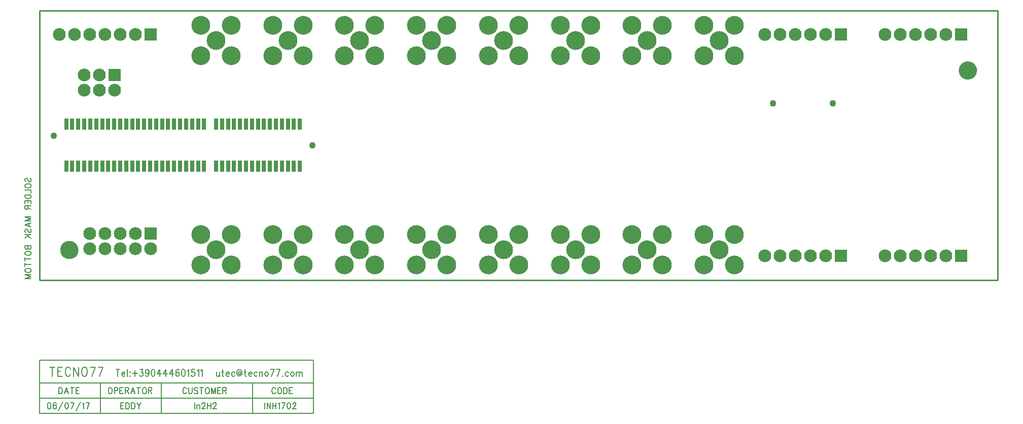
<source format=gbr>
%FSLAX35Y35*%
%MOIN*%
%SFA1.000B1.000*%

G04 Copyright (c) 2015-2018 in2H2 inc.
G04 System developed for in2H2 inc. by Intermotion Technology, Inc.
G04 
G04 Full system RTL, C sources and board design files available at https://github.com/nearist
G04 
G04 in2H2 inc. Team Members:
G04 - Chris McCormick - Algorithm Research and Design
G04 - Matt McCormick - Board Production, System Q/A
G04 
G04 Intermotion Technology Inc. Team Members:
G04 - Mick Fandrich - Project Lead
G04 - Dr. Ludovico Minati - Board Architecture and Design, FPGA Technology Advisor
G04 - Vardan Movsisyan - RTL Team Lead
G04 - Khachatur Gyozalyan - RTL Design
G04 - Tigran Papazyan - RTL Design
G04 - Taron Harutyunyan - RTL Design
G04 - Hayk Ghaltaghchyan - System Software
G04 
G04 Tecno77 S.r.l. Team Members:
G04 - Stefano Aldrigo, Board Layout Design
G04 
G04 We dedicate this project to the memory of Bruce McCormick, an AI pioneer
G04 and advocate, a good friend and father.
G04 
G04 These materials are provided free of charge: you can redistribute them and/or modify  
G04 them under the terms of the GNU General Public License as published by  
G04 the Free Software Foundation, version 3.
G04 
G04 These materials are distributed in the hope that they will be useful, but 
G04 WITHOUT ANY WARRANTY; without even the implied warranty of 
G04 MERCHANTABILITY or FITNESS FOR A PARTICULAR PURPOSE. See the GNU 
G04 General Public License for more details.
G04 In particular, this design should be treated as UNVERIFIED and UNCERTIFIED
G04 
G04 You should have received a copy of the GNU General Public License 
G04 along with this design. If not, see <http://www.gnu.org/licenses/>.

%FSLAX35Y35*%
%MOIN*%
%SFA1.000B1.000*%

%MIA0B0*%
%IPPOS*%
%ADD11C,0.00800*%
%ADD21C,0.00984*%
%ADD25C,0.00700*%
%ADD26C,0.01000*%
%ADD50C,0.04300*%
%ADD53C,0.04400*%
%ADD54R,0.08400X0.08400*%
%ADD55C,0.08400*%
%ADD56C,0.12400*%
%ADD57R,0.02802X0.07802*%
%LNsoldermaskbtm.g*%
%LPD*%
G54D50*X582284Y216142D03*X621654D03*X279616Y188583D03*X109360Y194835D03*G54D53*X119685Y119685D03*X710236Y237795D03*G54D54*X173307Y261417D03*X173150Y130591D03*X149370Y234921D03*X626969Y261417D03*X705709D03*X626969Y115748D03*X705709D03*G54D55*X163307Y261417D03*X153307D03*X143307D03*X133307D03*X123307D03*X113307D03*X173150Y120591D03*X163150Y130591D03*Y120591D03*X153150Y130591D03*Y120591D03*X143150Y130591D03*Y120591D03*X133150Y130591D03*Y120591D03*X149370Y224921D03*X139370Y234921D03*Y224921D03*X129370Y234921D03*Y224921D03*X616969Y261417D03*X606969D03*X596969D03*X586969D03*X576969D03*X695709D03*X685709D03*X675709D03*X665709D03*X655709D03*X616969Y115748D03*X606969D03*X596969D03*X586969D03*X576969D03*X695709D03*X685709D03*X675709D03*X665709D03*X655709D03*G54D56*X357874Y257480D03*X367874Y267480D03*Y247480D03*X347874Y267480D03*Y247480D03*X310630Y257480D03*X320630Y267480D03*Y247480D03*X300630Y267480D03*Y247480D03*X263386Y257480D03*X273386Y267480D03*Y247480D03*X253386Y267480D03*Y247480D03*X216142Y257480D03*X226142Y267480D03*Y247480D03*X206142Y267480D03*Y247480D03*X546850Y257480D03*X556850Y267480D03*Y247480D03*X536850Y267480D03*Y247480D03*X499606Y257480D03*X509606Y267480D03*Y247480D03*X489606Y267480D03*Y247480D03*X452362Y257480D03*X462362Y267480D03*Y247480D03*X442362Y267480D03*Y247480D03*X405118Y257480D03*X415118Y267480D03*Y247480D03*X395118Y267480D03*Y247480D03*X546850Y119685D03*X536850Y109685D03*Y129685D03*X556850Y109685D03*Y129685D03*X499606Y119685D03*X489606Y109685D03*Y129685D03*X509606Y109685D03*Y129685D03*X452362Y119685D03*X442362Y109685D03*Y129685D03*X462362Y109685D03*Y129685D03*X405118Y119685D03*X395118Y109685D03*Y129685D03*X415118Y109685D03*Y129685D03*X357874Y119685D03*X347874Y109685D03*Y129685D03*X367874Y109685D03*Y129685D03*X310630Y119685D03*X300630Y109685D03*Y129685D03*X320630Y109685D03*Y129685D03*X263386Y119685D03*X253386Y109685D03*Y129685D03*X273386Y109685D03*Y129685D03*X216142Y119685D03*X206142Y109685D03*Y129685D03*X226142Y109685D03*Y129685D03*G54D57*X271260Y174683D03*Y202482D03*X267323Y174683D03*Y202482D03*X263386Y174683D03*Y202482D03*X259449Y174683D03*Y202482D03*X255512Y174683D03*Y202482D03*X251575Y174683D03*Y202482D03*X247638Y174683D03*Y202482D03*X243701Y174683D03*Y202482D03*X239764Y174683D03*Y202482D03*X235827Y174683D03*Y202482D03*X231890Y174683D03*Y202482D03*X227953Y174683D03*Y202482D03*X224016Y174683D03*Y202482D03*X220079Y174683D03*Y202482D03*X216142Y174683D03*Y202482D03*X208268Y174683D03*Y202482D03*X204331Y174683D03*Y202482D03*X200394Y174683D03*Y202482D03*X196457Y174683D03*Y202482D03*X192520Y174683D03*Y202482D03*X188583Y174683D03*Y202482D03*X184646Y174683D03*Y202482D03*X180709Y174683D03*Y202482D03*X176772Y174683D03*Y202482D03*X172835Y174683D03*Y202482D03*X168898Y174683D03*Y202482D03*X164961Y174683D03*Y202482D03*X161024Y174683D03*Y202482D03*X157087Y174683D03*Y202482D03*X153150Y174683D03*Y202482D03*X149213Y174683D03*Y202482D03*X145276Y174683D03*Y202482D03*X141339Y174683D03*Y202482D03*X137402Y174683D03*Y202482D03*X133465Y174683D03*Y202482D03*X129528Y174683D03*Y202482D03*X125591Y174683D03*Y202482D03*X121654Y174683D03*Y202482D03*X117717Y174683D03*Y202482D03*G54D11*X140000Y32224D02*G01Y12224D01*X180000Y32224D02*G01Y12224D01*X240000Y32224D02*G01Y12224D01*X100000Y47224D02*G01X280000D01*Y12224*X100000*Y47224*Y32224D02*G01X280000D01*X100000Y22224D02*G01X280000D01*X108491Y42662D02*G01Y36624D01*X106900Y42662D02*G01X110082D01*X112127D02*G01Y36624D01*Y42662D02*G01X115082D01*X112127Y39787D02*G01X113945D01*X112127Y36624D02*G01X115082D01*X120536Y41224D02*G01X120309Y41799D01*X119855Y42374*X119400Y42662*X118491*X118036Y42374*X117582Y41799*X117355Y41224*X117127Y40362*Y38924*X117355Y38062*X117582Y37487*X118036Y36912*X118491Y36624*X119400*X119855Y36912*X120309Y37487*X120536Y38062*X122582Y42662D02*G01Y36624D01*Y42662D02*G01X125764Y36624D01*Y42662D02*G01Y36624D01*X129173Y42662D02*G01X128718Y42374D01*X128264Y41799*X128036Y41224*X127809Y40362*Y38924*X128036Y38062*X128264Y37487*X128718Y36912*X129173Y36624*X130082*X130536Y36912*X130991Y37487*X131218Y38062*X131445Y38924*Y40362*X131218Y41224*X130991Y41799*X130536Y42374*X130082Y42662*X129173*X136673D02*G01X134400Y36624D01*X133491Y42662D02*G01X136673D01*X141900D02*G01X139627Y36624D01*X138718Y42662D02*G01X141900D01*G54D21*X100003Y277165D02*G01X729924D01*Y100000*X100003*Y277165*G54D25*X151543Y41037D02*G01Y36574D01*X150350Y41037D02*G01X152736D01*X154270Y38274D02*G01X156316D01*Y38699*X156145Y39124*X155975Y39337*X155634Y39549*X155123*X154782Y39337*X154441Y38912*X154270Y38274*Y37849*X154441Y37212*X154782Y36787*X155123Y36574*X155634*X155975Y36787*X156316Y37212*X157850Y41037D02*G01Y36574D01*X159555Y39549D02*G01X159384Y39337D01*X159555Y39124*X159725Y39337*X159555Y39549*Y36999D02*G01X159384Y36787D01*X159555Y36574*X159725Y36787*X159555Y36999*X162793Y40399D02*G01Y36574D01*X161259Y38487D02*G01X164327D01*X166202Y41037D02*G01X168077D01*X167055Y39337*X167566*X167907Y39124*X168077Y38912*X168248Y38274*Y37849*X168077Y37212*X167736Y36787*X167225Y36574*X166714*X166202Y36787*X166032Y36999*X165861Y37424*X171998Y39549D02*G01X171827Y38912D01*X171486Y38487*X170975Y38274*X170805*X170293Y38487*X169952Y38912*X169782Y39549*Y39762*X169952Y40399*X170293Y40824*X170805Y41037*X170975*X171486Y40824*X171827Y40399*X171998Y39549*Y38487*X171827Y37424*X171486Y36787*X170975Y36574*X170634*X170123Y36787*X169952Y37212*X174555Y41037D02*G01X174043Y40824D01*X173702Y40187*X173532Y39124*Y38487*X173702Y37424*X174043Y36787*X174555Y36574*X174895*X175407Y36787*X175748Y37424*X175918Y38487*Y39124*X175748Y40187*X175407Y40824*X174895Y41037*X174555*X179157D02*G01X177452Y38062D01*X180009*X179157Y41037D02*G01Y36574D01*X183248Y41037D02*G01X181543Y38062D01*X184100*X183248Y41037D02*G01Y36574D01*X187339Y41037D02*G01X185634Y38062D01*X188191*X187339Y41037D02*G01Y36574D01*X191770Y40399D02*G01X191600Y40824D01*X191089Y41037*X190748*X190236Y40824*X189895Y40187*X189725Y39124*Y38062*X189895Y37212*X190236Y36787*X190748Y36574*X190918*X191430Y36787*X191770Y37212*X191941Y37849*Y38062*X191770Y38699*X191430Y39124*X190918Y39337*X190748*X190236Y39124*X189895Y38699*X189725Y38062*X194498Y41037D02*G01X193986Y40824D01*X193645Y40187*X193475Y39124*Y38487*X193645Y37424*X193986Y36787*X194498Y36574*X194839*X195350Y36787*X195691Y37424*X195861Y38487*Y39124*X195691Y40187*X195350Y40824*X194839Y41037*X194498*X197395Y40187D02*G01X197736Y40399D01*X198248Y41037*Y36574*X201998Y41037D02*G01X200293D01*X200123Y39124*X200293Y39337*X200805Y39549*X201316*X201827Y39337*X202168Y38912*X202339Y38274*X202168Y37849*X201998Y37212*X201657Y36787*X201145Y36574*X200634*X200123Y36787*X199952Y36999*X199782Y37424*X203873Y40187D02*G01X204214Y40399D01*X204725Y41037*Y36574*X206259Y40187D02*G01X206600Y40399D01*X207111Y41037*Y36574*X216486Y39549D02*G01Y37424D01*X216657Y36787*X216998Y36574*X217509*X217850Y36787*X218361Y37424*Y39549D02*G01Y36574D01*X220407Y41037D02*G01Y37424D01*X220577Y36787*X220918Y36574*X221259*X219895Y39549D02*G01X221089D01*X222793Y38274D02*G01X224839D01*Y38699*X224668Y39124*X224498Y39337*X224157Y39549*X223645*X223305Y39337*X222964Y38912*X222793Y38274*Y37849*X222964Y37212*X223305Y36787*X223645Y36574*X224157*X224498Y36787*X224839Y37212*X228418Y38912D02*G01X228077Y39337D01*X227736Y39549*X227225*X226884Y39337*X226543Y38912*X226373Y38274*Y37849*X226543Y37212*X226884Y36787*X227225Y36574*X227736*X228077Y36787*X228418Y37212*X232168Y36787D02*G01X231486D01*X230634Y36999*X230293Y37424*X229952Y38274*Y39337*X230293Y40399*X230634Y40824*X232168*X232680Y40399*X233020Y39762*X233191Y38699*X233020Y37849*X232850Y37637*X232168Y37424D02*G01X231998Y37637D01*Y39762*Y39337D02*G01X231657Y39549D01*X231316*X230975Y39337*X230805Y38912*Y38487*X230975Y38062*X231316Y37849*X231657*X231998Y38062*X232168Y37424D02*G01X232680D01*X232850Y37637*X235236Y41037D02*G01Y37424D01*X235407Y36787*X235748Y36574*X236089*X234725Y39549D02*G01X235918D01*X237623Y38274D02*G01X239668D01*Y38699*X239498Y39124*X239327Y39337*X238986Y39549*X238475*X238134Y39337*X237793Y38912*X237623Y38274*Y37849*X237793Y37212*X238134Y36787*X238475Y36574*X238986*X239327Y36787*X239668Y37212*X243248Y38912D02*G01X242907Y39337D01*X242566Y39549*X242055*X241714Y39337*X241373Y38912*X241202Y38274*Y37849*X241373Y37212*X241714Y36787*X242055Y36574*X242566*X242907Y36787*X243248Y37212*X244782Y39549D02*G01Y36574D01*Y38699D02*G01X245293Y39337D01*X245634Y39549*X246145*X246486Y39337*X246657Y38699*Y36574*X249043Y39549D02*G01X248702Y39337D01*X248361Y38912*X248191Y38274*Y37849*X248361Y37212*X248702Y36787*X249043Y36574*X249555*X249895Y36787*X250236Y37212*X250407Y37849*Y38274*X250236Y38912*X249895Y39337*X249555Y39549*X249043*X254327Y41037D02*G01X252623Y36574D01*X251941Y41037D02*G01X254327D01*X258248D02*G01X256543Y36574D01*X255861Y41037D02*G01X258248D01*X259952Y36999D02*G01X259782Y36787D01*X259952Y36574*X260123Y36787*X259952Y36999*X263702Y38912D02*G01X263361Y39337D01*X263020Y39549*X262509*X262168Y39337*X261827Y38912*X261657Y38274*Y37849*X261827Y37212*X262168Y36787*X262509Y36574*X263020*X263361Y36787*X263702Y37212*X266089Y39549D02*G01X265748Y39337D01*X265407Y38912*X265236Y38274*Y37849*X265407Y37212*X265748Y36787*X266089Y36574*X266600*X266941Y36787*X267282Y37212*X267452Y37849*Y38274*X267282Y38912*X266941Y39337*X266600Y39549*X266089*X268986D02*G01Y36574D01*Y38699D02*G01X269498Y39337D01*X269839Y39549*X270350*X270691Y39337*X270861Y38699*Y36574*Y38699D02*G01X271373Y39337D01*X271714Y39549*X272225*X272566Y39337*X272736Y38699*Y36574*X153452Y19209D02*G01Y15074D01*Y19209D02*G01X155520D01*X153452Y17240D02*G01X154725D01*X153452Y15074D02*G01X155520D01*X156952Y19209D02*G01Y15074D01*Y19209D02*G01X158066D01*X158543Y19012*X158861Y18618*X159020Y18224*X159180Y17634*Y16649*X159020Y16059*X158861Y15665*X158543Y15271*X158066Y15074*X156952*X160611Y19209D02*G01Y15074D01*Y19209D02*G01X161725D01*X162202Y19012*X162520Y18618*X162680Y18224*X162839Y17634*Y16649*X162680Y16059*X162520Y15665*X162202Y15271*X161725Y15074*X160611*X164270Y19209D02*G01X165543Y17240D01*Y15074*X166816Y19209D02*G01X165543Y17240D01*X106384Y19209D02*G01X105907Y19012D01*X105589Y18421*X105430Y17437*Y16846*X105589Y15862*X105907Y15271*X106384Y15074*X106702*X107180Y15271*X107498Y15862*X107657Y16846*Y17437*X107498Y18421*X107180Y19012*X106702Y19209*X106384*X110998Y18618D02*G01X110839Y19012D01*X110361Y19209*X110043*X109566Y19012*X109248Y18421*X109089Y17437*Y16453*X109248Y15665*X109566Y15271*X110043Y15074*X110202*X110680Y15271*X110998Y15665*X111157Y16256*Y16453*X110998Y17043*X110680Y17437*X110202Y17634*X110043*X109566Y17437*X109248Y17043*X109089Y16453*X115452Y19996D02*G01X112589Y13696D01*X117839Y19209D02*G01X117361Y19012D01*X117043Y18421*X116884Y17437*Y16846*X117043Y15862*X117361Y15271*X117839Y15074*X118157*X118634Y15271*X118952Y15862*X119111Y16846*Y17437*X118952Y18421*X118634Y19012*X118157Y19209*X117839*X122770D02*G01X121180Y15074D01*X120543Y19209D02*G01X122770D01*X127066Y19996D02*G01X124202Y13696D01*X128498Y18421D02*G01X128816Y18618D01*X129293Y19209*Y15074*X132952Y19209D02*G01X131361Y15074D01*X130725Y19209D02*G01X132952D01*X248248D02*G01Y15074D01*X249680Y19209D02*G01Y15074D01*Y19209D02*G01X251907Y15074D01*Y19209D02*G01Y15074D01*X253339Y19209D02*G01Y15074D01*X255566Y19209D02*G01Y15074D01*X253339Y17240D02*G01X255566D01*X256998Y18421D02*G01X257316Y18618D01*X257793Y19209*Y15074*X261452Y19209D02*G01X259861Y15074D01*X259225Y19209D02*G01X261452D01*X263839D02*G01X263361Y19012D01*X263043Y18421*X262884Y17437*Y16846*X263043Y15862*X263361Y15271*X263839Y15074*X264157*X264634Y15271*X264952Y15862*X265111Y16846*Y17437*X264952Y18421*X264634Y19012*X264157Y19209*X263839*X266702Y18224D02*G01Y18421D01*X266861Y18815*X267020Y19012*X267339Y19209*X267975*X268293Y19012*X268452Y18815*X268611Y18421*Y18028*X268452Y17634*X268134Y17043*X266543Y15074*X268770*X112850Y29209D02*G01Y25074D01*Y29209D02*G01X113964D01*X114441Y29012*X114759Y28618*X114918Y28224*X115077Y27634*Y26649*X114918Y26059*X114759Y25665*X114441Y25271*X113964Y25074*X112850*X117782Y29209D02*G01X116509Y25074D01*X117782Y29209D02*G01X119055Y25074D01*X116986Y26453D02*G01X118577D01*X121600Y29209D02*G01Y25074D01*X120486Y29209D02*G01X122714D01*X124145D02*G01Y25074D01*Y29209D02*G01X126214D01*X124145Y27240D02*G01X125418D01*X124145Y25074D02*G01X126214D01*X146305Y29209D02*G01X145986Y29012D01*X145668Y28618*X145509Y28224*X145350Y27634*Y26649*X145509Y26059*X145668Y25665*X145986Y25271*X146305Y25074*X146941*X147259Y25271*X147577Y25665*X147736Y26059*X147895Y26649*Y27634*X147736Y28224*X147577Y28618*X147259Y29012*X146941Y29209*X146305*X149327D02*G01Y25074D01*Y29209D02*G01X150759D01*X151236Y29012*X151395Y28815*X151555Y28421*Y27831*X151395Y27437*X151236Y27240*X150759Y27043*X149327*X152986Y29209D02*G01Y25074D01*Y29209D02*G01X155055D01*X152986Y27240D02*G01X154259D01*X152986Y25074D02*G01X155055D01*X156486Y29209D02*G01Y25074D01*Y29209D02*G01X157918D01*X158395Y29012*X158555Y28815*X158714Y28421*Y28028*X158555Y27634*X158395Y27437*X157918Y27240*X156486*X157600D02*G01X158714Y25074D01*X161418Y29209D02*G01X160145Y25074D01*X161418Y29209D02*G01X162691Y25074D01*X160623Y26453D02*G01X162214D01*X165236Y29209D02*G01Y25074D01*X164123Y29209D02*G01X166350D01*X168736D02*G01X168418Y29012D01*X168100Y28618*X167941Y28224*X167782Y27634*Y26649*X167941Y26059*X168100Y25665*X168418Y25271*X168736Y25074*X169373*X169691Y25271*X170009Y25665*X170168Y26059*X170327Y26649*Y27634*X170168Y28224*X170009Y28618*X169691Y29012*X169373Y29209*X168736*X171759D02*G01Y25074D01*Y29209D02*G01X173191D01*X173668Y29012*X173827Y28815*X173986Y28421*Y28028*X173827Y27634*X173668Y27437*X173191Y27240*X171759*X172873D02*G01X173986Y25074D01*X196736Y28224D02*G01X196577Y28618D01*X196259Y29012*X195941Y29209*X195305*X194986Y29012*X194668Y28618*X194509Y28224*X194350Y27634*Y26649*X194509Y26059*X194668Y25665*X194986Y25271*X195305Y25074*X195941*X196259Y25271*X196577Y25665*X196736Y26059*X198168Y29209D02*G01Y26256D01*X198327Y25665*X198645Y25271*X199123Y25074*X199441*X199918Y25271*X200236Y25665*X200395Y26256*Y29209*X204055Y28618D02*G01X203736Y29012D01*X203259Y29209*X202623*X202145Y29012*X201827Y28618*Y28224*X201986Y27831*X202145Y27634*X202464Y27437*X203418Y27043*X203736Y26846*X203895Y26649*X204055Y26256*Y25665*X203736Y25271*X203259Y25074*X202623*X202145Y25271*X201827Y25665*X206600Y29209D02*G01Y25074D01*X205486Y29209D02*G01X207714D01*X210100D02*G01X209782Y29012D01*X209464Y28618*X209305Y28224*X209145Y27634*Y26649*X209305Y26059*X209464Y25665*X209782Y25271*X210100Y25074*X210736*X211055Y25271*X211373Y25665*X211532Y26059*X211691Y26649*Y27634*X211532Y28224*X211373Y28618*X211055Y29012*X210736Y29209*X210100*X213123D02*G01Y25074D01*Y29209D02*G01X214395Y25074D01*X215668Y29209D02*G01X214395Y25074D01*X215668Y29209D02*G01Y25074D01*X217100Y29209D02*G01Y25074D01*Y29209D02*G01X219168D01*X217100Y27240D02*G01X218373D01*X217100Y25074D02*G01X219168D01*X220600Y29209D02*G01Y25074D01*Y29209D02*G01X222032D01*X222509Y29012*X222668Y28815*X222827Y28421*Y28028*X222668Y27634*X222509Y27437*X222032Y27240*X220600*X221714D02*G01X222827Y25074D01*X255236Y28224D02*G01X255077Y28618D01*X254759Y29012*X254441Y29209*X253805*X253486Y29012*X253168Y28618*X253009Y28224*X252850Y27634*Y26649*X253009Y26059*X253168Y25665*X253486Y25271*X253805Y25074*X254441*X254759Y25271*X255077Y25665*X255236Y26059*X257623Y29209D02*G01X257305Y29012D01*X256986Y28618*X256827Y28224*X256668Y27634*Y26649*X256827Y26059*X256986Y25665*X257305Y25271*X257623Y25074*X258259*X258577Y25271*X258895Y25665*X259055Y26059*X259214Y26649*Y27634*X259055Y28224*X258895Y28618*X258577Y29012*X258259Y29209*X257623*X260645D02*G01Y25074D01*Y29209D02*G01X261759D01*X262236Y29012*X262555Y28618*X262714Y28224*X262873Y27634*Y26649*X262714Y26059*X262555Y25665*X262236Y25271*X261759Y25074*X260645*X264305Y29209D02*G01Y25074D01*Y29209D02*G01X266373D01*X264305Y27240D02*G01X265577D01*X264305Y25074D02*G01X266373D01*X202191Y19209D02*G01Y15074D01*X203623Y17831D02*G01Y15074D01*Y17043D02*G01X204100Y17634D01*X204418Y17831*X204895*X205214Y17634*X205373Y17043*Y15074*X206964Y18224D02*G01Y18421D01*X207123Y18815*X207282Y19012*X207600Y19209*X208236*X208555Y19012*X208714Y18815*X208873Y18421*Y18028*X208714Y17634*X208395Y17043*X206805Y15074*X209032*X210464Y19209D02*G01Y15074D01*X212691Y19209D02*G01Y15074D01*X210464Y17240D02*G01X212691D01*X214282Y18224D02*G01Y18421D01*X214441Y18815*X214600Y19012*X214918Y19209*X215555*X215873Y19012*X216032Y18815*X216191Y18421*Y18028*X216032Y17634*X215714Y17043*X214123Y15074*X216350*X91106Y164623D02*G01X90712Y164941D01*Y164941D02*G01X90516Y165418D01*Y166055*X90712Y166532*Y166532D02*G01X91106Y166850D01*X91500*X91894Y166691*X92091Y166532*X92287Y166214*Y166214D02*G01X92681Y165259D01*X92878Y164941*X93075Y164782*X93469Y164623*X94059*X94453Y164941*X94650Y165418*Y166055*X94453Y166532*X94059Y166850*X90516Y162236D02*G01X90712Y162555D01*Y162555D02*G01X91106Y162873D01*X91500Y163032*X92091Y163191*X93075*X93666Y163032*X94059Y162873*X94453Y162555*X94650Y162236*Y161600*X94453Y161282*X94059Y160964*X93666Y160805*X93075Y160645*X92091*X91500Y160805*X91106Y160964*X90712Y161282*Y161282D02*G01X90516Y161600D01*Y162236*Y159214D02*G01X94650D01*Y157305*X90516Y155873D02*G01X94650D01*X90516D02*G01Y154759D01*X90712Y154282*Y154282D02*G01X91106Y153964D01*X91500Y153805*X92091Y153645*X93075*X93666Y153805*X94059Y153964*X94453Y154282*X94650Y154759*Y155873*X90516Y152214D02*G01X94650D01*X90516D02*G01Y150145D01*X92484Y152214D02*G01Y150941D01*X94650Y152214D02*G01Y150145D01*X90516Y148714D02*G01X94650D01*X90516D02*G01Y147282D01*X90712Y146805*Y146805D02*G01X90909Y146645D01*X91303Y146486*X91697*X92091Y146645*X92287Y146805*Y146805D02*G01X92484Y147282D01*Y148714*Y147600D02*G01X94650Y146486D01*X90516Y141395D02*G01X94650D01*X90516D02*G01X94650Y140123D01*X90516Y138850D02*G01X94650Y140123D01*X90516Y138850D02*G01X94650D01*X90516Y136145D02*G01X94650Y137418D01*X90516Y136145D02*G01X94650Y134873D01*X93272Y136941D02*G01Y135350D01*X91106Y131214D02*G01X90712Y131532D01*Y131532D02*G01X90516Y132009D01*Y132645*X90712Y133123*Y133123D02*G01X91106Y133441D01*X91500*X91894Y133282*X92091Y133123*X92287Y132805*Y132805D02*G01X92681Y131850D01*X92878Y131532*X93075Y131373*X93469Y131214*X94059*X94453Y131532*X94650Y132009*Y132645*X94453Y133123*X94059Y133441*X90516Y129782D02*G01X94650D01*X90516Y127555D02*G01X93272Y129782D01*X92287Y128986D02*G01X94650Y127555D01*X90516Y122464D02*G01X94650D01*X90516D02*G01Y121032D01*X90712Y120555*Y120555D02*G01X90909Y120395D01*X91303Y120236*X91697*X92091Y120395*X92287Y120555*Y120555D02*G01X92484Y121032D01*Y122464D02*G01Y121032D01*X92681Y120555*X92878Y120395*X93272Y120236*X93862*Y120236D02*G01X94256Y120395D01*X94453Y120555*X94650Y121032*Y122464*X90516Y117850D02*G01X90712Y118168D01*Y118168D02*G01X91106Y118486D01*X91500Y118645*X92091Y118805*X93075*X93666Y118645*X94059Y118486*X94453Y118168*X94650Y117850*Y117214*X94453Y116895*X94059Y116577*X93666Y116418*X93075Y116259*X92091*X91500Y116418*X91106Y116577*X90712Y116895*Y116895D02*G01X90516Y117214D01*Y117850*Y113714D02*G01X94650D01*X90516Y114827D02*G01Y112600D01*Y110055D02*G01X94650D01*X90516Y111168D02*G01Y108941D01*Y106555D02*G01X90712Y106873D01*Y106873D02*G01X91106Y107191D01*X91500Y107350*X92091Y107509*X93075*X93666Y107350*X94059Y107191*X94453Y106873*X94650Y106555*Y105918*X94453Y105600*X94059Y105282*X93666Y105123*X93075Y104964*X92091*X91500Y105123*X91106Y105282*X90712Y105600*Y105600D02*G01X90516Y105918D01*Y106555*Y103532D02*G01X94650D01*X90516D02*G01X94650Y102259D01*X90516Y100986D02*G01X94650Y102259D01*X90516Y100986D02*G01X94650D01*G54D26*X125185Y119685D02*G75*G03X125185Y119685I-5500D01*X715736Y237795D02*G03X715736Y237795I-5500D01*X125185Y119685D02*G03X125185Y119685I-5500D01*X715736Y237795D02*G03X715736Y237795I-5500D01*X114186Y119584D02*G01X125184D01*X114243Y120484D02*G01X125127D01*X114277Y118684D02*G01X125093D01*X114454Y121384D02*G01X124916D01*X114524Y117784D02*G01X124846D01*X114838Y122284D02*G01X124532D01*X114952Y116884D02*G01X124418D01*X115441Y123184D02*G01X123929D01*X115617Y115984D02*G01X123753D01*X116383Y124084D02*G01X122987D01*X116672Y115084D02*G01X122698D01*X118211Y124984D02*G01X121159D01*X704737Y237694D02*G01X715735D01*X704795Y238594D02*G01X715678D01*X704828Y236794D02*G01X715644D01*X705005Y239494D02*G01X715467D01*X705075Y235894D02*G01X715397D01*X705389Y240394D02*G01X715084D01*X705503Y234994D02*G01X714969D01*X705992Y241294D02*G01X714480D01*X706168Y234094D02*G01X714304D01*X706934Y242194D02*G01X713538D01*X707223Y233194D02*G01X713249D01*X708762Y243094D02*G01X711711D01*M02*
</source>
